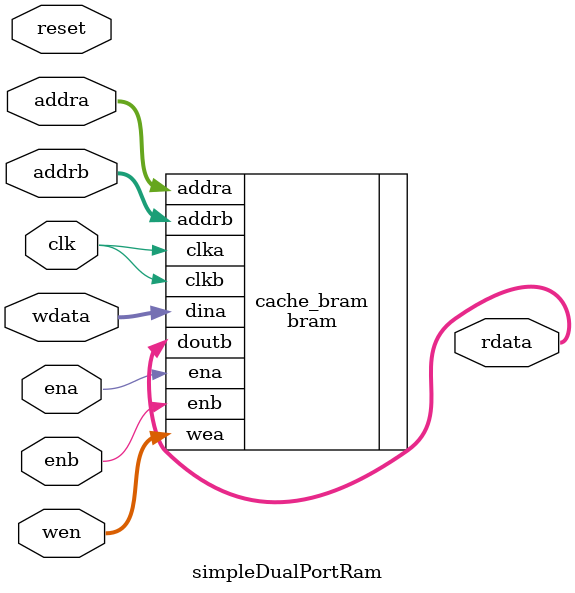
<source format=sv>
module simpleDualPortRam #(
    parameter int unsigned dataWidth = 32,
    parameter int unsigned ramDepth = 128,
    // parameter int unsigned dataSize = 8,
    parameter int unsigned byteWidth = 8,
    parameter int unsigned portWidth = 256,
    parameter int unsigned wenWidth = portWidth / byteWidth
) (
    input logic clk,
    input logic reset,

    input logic [$clog2(ramDepth) - 1 : 0] addra,
    input logic [$clog2(ramDepth) - 1 : 0] addrb,
    input logic [wenWidth - 1 : 0] wen,
    input logic [portWidth - 1 : 0] wdata,
    input logic ena,
    input logic enb,
    
    output logic [portWidth - 1 : 0] rdata
);

    `ifdef USE_XPM
    xpm_memory_sdpram
    #(
        // Port A modul parameters
        .ADDR_WIDTH_A($clog2(ramDepth)),
        .WRITE_DATA_WIDTH_A(portWidth),
        .BYTE_WRITE_WIDTH_A(byteWidth),

        // Port B modul parameters
        .ADDR_WIDTH_B($clog2(ramDepth)),
        .READ_DATA_WIDTH_B(portWidth),
        .READ_LATENCY_B(1),
        .WRITE_MODE_B("write_first"),

        // common modul parameters
        .AUTO_SLEEP_TIME(0),
        .CLOCKING_MODE("common_clock"),
        .ECC_MODE("no_ecc"),
        .MEMORY_INIT_FILE("none"),
        .MEMORY_INIT_PARAM("0"),
        .MEMORY_OPTIMIZATION("true"),
        .USE_MEM_INIT(0),
        .MESSAGE_CONTROL(1),
        .MEMORY_PRIMITIVE("auto"),
        .MEMORY_SIZE(portWidth * ramDepth)

    )
    xpm_memory_sdpram_inst (
        .clka(clk),
        .clkb(clk),
        .rstb(reset),

        // port a
        .ena(ena),
        .addra(addra),
        .wea(wen),
        .dina(wdata),

        // port b
        .enb(enb),
        .addrb(addrb),
        .doutb(rdata),
        
        // else 
        .sleep(1'b0),
        .injectsbiterra(1'b0),
        .injectdbiterra(1'b0),
        .regceb(1'b1)
    );
    `else
    
    bram #(
        .LEN_DATA(portWidth),
        .LEN_ADDR($clog2(ramDepth)),
        .byteWidth(byteWidth)
      ) cache_bram(
        .clka(clk),
        .clkb(clk),
        // port a
         .ena(ena),
        .addra(addra),
        .wea(wen),
        .dina(wdata),

        // port b
        .enb(enb),
        .addrb(addrb),
        .doutb(rdata)
      );
      `endif

endmodule
</source>
